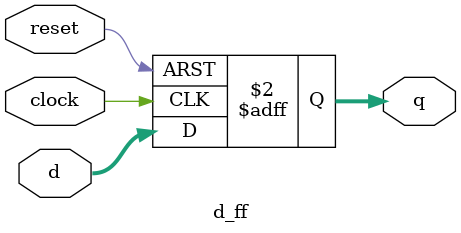
<source format=v>
module d_ff  #(parameter WIDTH = 8) (q, d, reset, clock);
  input [WIDTH-1 : 0] d;
  input reset, clock;
  output reg [WIDTH-1 : 0] q;

  always @(posedge clock,negedge reset)
	begin
		if(reset)
		q <= d;
		else
		q <= 0;
	end

endmodule 










</source>
